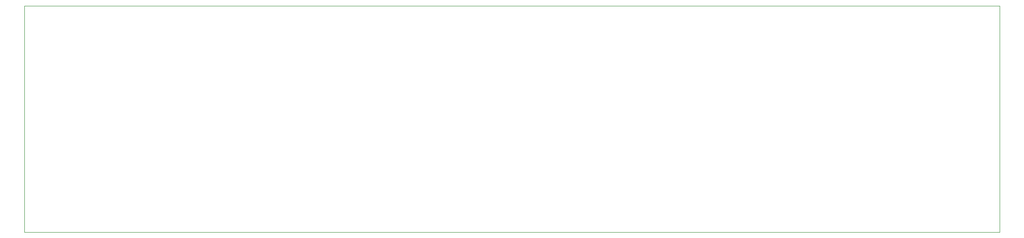
<source format=gbr>
%TF.GenerationSoftware,KiCad,Pcbnew,8.0.6*%
%TF.CreationDate,2024-12-05T22:57:10-05:00*%
%TF.ProjectId,Power Supply,506f7765-7220-4537-9570-706c792e6b69,rev?*%
%TF.SameCoordinates,Original*%
%TF.FileFunction,Profile,NP*%
%FSLAX46Y46*%
G04 Gerber Fmt 4.6, Leading zero omitted, Abs format (unit mm)*
G04 Created by KiCad (PCBNEW 8.0.6) date 2024-12-05 22:57:10*
%MOMM*%
%LPD*%
G01*
G04 APERTURE LIST*
%TA.AperFunction,Profile*%
%ADD10C,0.050000*%
%TD*%
G04 APERTURE END LIST*
D10*
X12000000Y-12000000D02*
X195000000Y-12000000D01*
X195000000Y-54500000D01*
X12000000Y-54500000D01*
X12000000Y-12000000D01*
M02*

</source>
